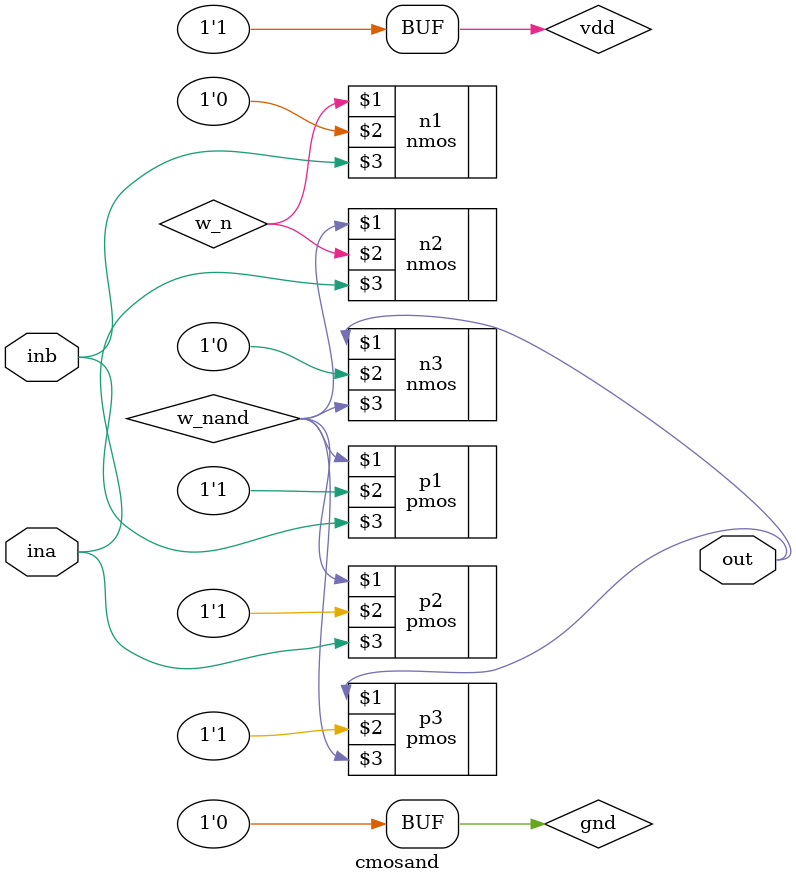
<source format=v>
module cmosand(out, ina, inb);
   input ina, inb;
   output out;
   wire   w_n, w_nand;
   supply1 vdd;
   supply0 gnd;

   // pmos name(drain, source, gate);
   pmos p1(w_nand, vdd, inb);
   pmos p2(w_nand, vdd, ina);
   pmos p3(out, vdd, w_nand);

   // nmos name(drain, source, gate);
   nmos n1(w_n, gnd, inb);
   nmos n2(w_nand,w_n, ina);
   nmos n3(out, gnd, w_nand);
     
endmodule // cmosand

</source>
